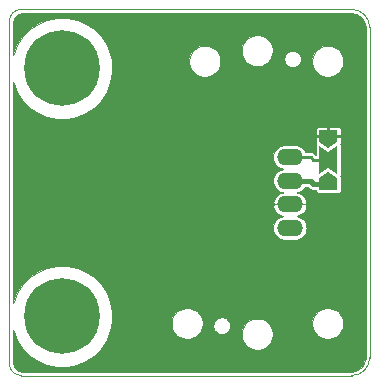
<source format=gbr>
G04 #@! TF.GenerationSoftware,KiCad,Pcbnew,5.1.10*
G04 #@! TF.CreationDate,2021-09-16T01:02:32+02:00*
G04 #@! TF.ProjectId,pressureSensorHolder,70726573-7375-4726-9553-656e736f7248,rev?*
G04 #@! TF.SameCoordinates,Original*
G04 #@! TF.FileFunction,Copper,L1,Top*
G04 #@! TF.FilePolarity,Positive*
%FSLAX46Y46*%
G04 Gerber Fmt 4.6, Leading zero omitted, Abs format (unit mm)*
G04 Created by KiCad (PCBNEW 5.1.10) date 2021-09-16 01:02:32*
%MOMM*%
%LPD*%
G01*
G04 APERTURE LIST*
G04 #@! TA.AperFunction,Profile*
%ADD10C,0.050000*%
G04 #@! TD*
G04 #@! TA.AperFunction,ComponentPad*
%ADD11O,2.200000X1.400000*%
G04 #@! TD*
G04 #@! TA.AperFunction,ComponentPad*
%ADD12C,0.800000*%
G04 #@! TD*
G04 #@! TA.AperFunction,ComponentPad*
%ADD13C,6.400000*%
G04 #@! TD*
G04 #@! TA.AperFunction,SMDPad,CuDef*
%ADD14C,0.100000*%
G04 #@! TD*
G04 #@! TA.AperFunction,Conductor*
%ADD15C,0.254000*%
G04 #@! TD*
G04 #@! TA.AperFunction,Conductor*
%ADD16C,0.400000*%
G04 #@! TD*
G04 #@! TA.AperFunction,Conductor*
%ADD17C,0.120000*%
G04 #@! TD*
G04 #@! TA.AperFunction,Conductor*
%ADD18C,0.100000*%
G04 #@! TD*
G04 APERTURE END LIST*
D10*
X128942200Y-99157400D02*
G75*
G02*
X127942200Y-98157400I0J1000000D01*
G01*
X127942200Y-69157400D02*
G75*
G02*
X128942200Y-68157400I1000000J0D01*
G01*
X158442200Y-97657400D02*
G75*
G02*
X156942200Y-99157400I-1500000J0D01*
G01*
X156942200Y-68157400D02*
G75*
G02*
X158442200Y-69657400I0J-1500000D01*
G01*
X158442200Y-97657400D02*
X158442200Y-69657400D01*
X128942200Y-99157400D02*
X156942200Y-99157400D01*
X127942200Y-69157400D02*
X127942200Y-98157400D01*
X156942200Y-68157400D02*
X128942200Y-68157400D01*
D11*
X151692200Y-80657400D03*
X151692200Y-82657400D03*
X151692200Y-84657400D03*
X151692200Y-86657400D03*
D12*
X134099256Y-92460344D03*
X132402200Y-91757400D03*
X130705144Y-92460344D03*
X130002200Y-94157400D03*
X130705144Y-95854456D03*
X132402200Y-96557400D03*
X134099256Y-95854456D03*
X134802200Y-94157400D03*
D13*
X132402200Y-94157400D03*
D12*
X134099256Y-71460344D03*
X132402200Y-70757400D03*
X130705144Y-71460344D03*
X130002200Y-73157400D03*
X130705144Y-74854456D03*
X132402200Y-75557400D03*
X134099256Y-74854456D03*
X134802200Y-73157400D03*
D13*
X132402200Y-73157400D03*
G04 #@! TA.AperFunction,SMDPad,CuDef*
D14*
G36*
X154942200Y-81907400D02*
G01*
X155692200Y-82407400D01*
X155692200Y-83407400D01*
X154192200Y-83407400D01*
X154192200Y-82407400D01*
X154942200Y-81907400D01*
G37*
G04 #@! TD.AperFunction*
G04 #@! TA.AperFunction,SMDPad,CuDef*
G36*
X154942200Y-80207400D02*
G01*
X155692200Y-79707400D01*
X155692200Y-82107400D01*
X154942200Y-81607400D01*
X154192200Y-82107400D01*
X154192200Y-79707400D01*
X154942200Y-80207400D01*
G37*
G04 #@! TD.AperFunction*
G04 #@! TA.AperFunction,SMDPad,CuDef*
G36*
X154942200Y-79907400D02*
G01*
X154192200Y-79407400D01*
X154192200Y-78407400D01*
X155692200Y-78407400D01*
X155692200Y-79407400D01*
X154942200Y-79907400D01*
G37*
G04 #@! TD.AperFunction*
D15*
X153692200Y-80907400D02*
X154942200Y-80907400D01*
X153442200Y-80657400D02*
X153692200Y-80907400D01*
X151692200Y-80657400D02*
X153442200Y-80657400D01*
X154942200Y-78907400D02*
X154942200Y-77657400D01*
X154942200Y-78907400D02*
X153442200Y-78907400D01*
X154942200Y-78907400D02*
X156442200Y-78907400D01*
D16*
X151692200Y-82657400D02*
X153442200Y-82657400D01*
X153692200Y-82907400D02*
X154942200Y-82907400D01*
X153442200Y-82657400D02*
X153692200Y-82907400D01*
D17*
X157167192Y-68521091D02*
X157383622Y-68586435D01*
X157583231Y-68692568D01*
X157758425Y-68835454D01*
X157902533Y-69009650D01*
X158010057Y-69208512D01*
X158076910Y-69424477D01*
X158102201Y-69665104D01*
X158102200Y-97640775D01*
X158078509Y-97882396D01*
X158013166Y-98098821D01*
X157907030Y-98298432D01*
X157764146Y-98473625D01*
X157589950Y-98617733D01*
X157391088Y-98725257D01*
X157175123Y-98792110D01*
X156934497Y-98817400D01*
X128958826Y-98817400D01*
X128814326Y-98803231D01*
X128691312Y-98766091D01*
X128577864Y-98705770D01*
X128478291Y-98624561D01*
X128396387Y-98525556D01*
X128335274Y-98412529D01*
X128297277Y-98289781D01*
X128282200Y-98146336D01*
X128282200Y-95280798D01*
X128305910Y-95399996D01*
X128627037Y-96175267D01*
X129093242Y-96872992D01*
X129686608Y-97466358D01*
X130384333Y-97932563D01*
X131159604Y-98253690D01*
X131982627Y-98417400D01*
X132821773Y-98417400D01*
X133644796Y-98253690D01*
X134420067Y-97932563D01*
X135117792Y-97466358D01*
X135711158Y-96872992D01*
X136177363Y-96175267D01*
X136498490Y-95399996D01*
X136652073Y-94627884D01*
X141677200Y-94627884D01*
X141677200Y-94886916D01*
X141727734Y-95140971D01*
X141826862Y-95380286D01*
X141970773Y-95595664D01*
X142153936Y-95778827D01*
X142369314Y-95922738D01*
X142608629Y-96021866D01*
X142862684Y-96072400D01*
X143121716Y-96072400D01*
X143375771Y-96021866D01*
X143615086Y-95922738D01*
X143830464Y-95778827D01*
X144013627Y-95595664D01*
X144157538Y-95380286D01*
X144256666Y-95140971D01*
X144307187Y-94886979D01*
X145227200Y-94886979D01*
X145227200Y-95027821D01*
X145254677Y-95165958D01*
X145308575Y-95296080D01*
X145386823Y-95413186D01*
X145486414Y-95512777D01*
X145603520Y-95591025D01*
X145733642Y-95644923D01*
X145871779Y-95672400D01*
X146012621Y-95672400D01*
X146150758Y-95644923D01*
X146280880Y-95591025D01*
X146375376Y-95527884D01*
X147627200Y-95527884D01*
X147627200Y-95786916D01*
X147677734Y-96040971D01*
X147776862Y-96280286D01*
X147920773Y-96495664D01*
X148103936Y-96678827D01*
X148319314Y-96822738D01*
X148558629Y-96921866D01*
X148812684Y-96972400D01*
X149071716Y-96972400D01*
X149325771Y-96921866D01*
X149565086Y-96822738D01*
X149780464Y-96678827D01*
X149963627Y-96495664D01*
X150107538Y-96280286D01*
X150206666Y-96040971D01*
X150257200Y-95786916D01*
X150257200Y-95527884D01*
X150206666Y-95273829D01*
X150107538Y-95034514D01*
X149963627Y-94819136D01*
X149780464Y-94635973D01*
X149768358Y-94627884D01*
X153577200Y-94627884D01*
X153577200Y-94886916D01*
X153627734Y-95140971D01*
X153726862Y-95380286D01*
X153870773Y-95595664D01*
X154053936Y-95778827D01*
X154269314Y-95922738D01*
X154508629Y-96021866D01*
X154762684Y-96072400D01*
X155021716Y-96072400D01*
X155275771Y-96021866D01*
X155515086Y-95922738D01*
X155730464Y-95778827D01*
X155913627Y-95595664D01*
X156057538Y-95380286D01*
X156156666Y-95140971D01*
X156207200Y-94886916D01*
X156207200Y-94627884D01*
X156156666Y-94373829D01*
X156057538Y-94134514D01*
X155913627Y-93919136D01*
X155730464Y-93735973D01*
X155515086Y-93592062D01*
X155275771Y-93492934D01*
X155021716Y-93442400D01*
X154762684Y-93442400D01*
X154508629Y-93492934D01*
X154269314Y-93592062D01*
X154053936Y-93735973D01*
X153870773Y-93919136D01*
X153726862Y-94134514D01*
X153627734Y-94373829D01*
X153577200Y-94627884D01*
X149768358Y-94627884D01*
X149565086Y-94492062D01*
X149325771Y-94392934D01*
X149071716Y-94342400D01*
X148812684Y-94342400D01*
X148558629Y-94392934D01*
X148319314Y-94492062D01*
X148103936Y-94635973D01*
X147920773Y-94819136D01*
X147776862Y-95034514D01*
X147677734Y-95273829D01*
X147627200Y-95527884D01*
X146375376Y-95527884D01*
X146397986Y-95512777D01*
X146497577Y-95413186D01*
X146575825Y-95296080D01*
X146629723Y-95165958D01*
X146657200Y-95027821D01*
X146657200Y-94886979D01*
X146629723Y-94748842D01*
X146575825Y-94618720D01*
X146497577Y-94501614D01*
X146397986Y-94402023D01*
X146280880Y-94323775D01*
X146150758Y-94269877D01*
X146012621Y-94242400D01*
X145871779Y-94242400D01*
X145733642Y-94269877D01*
X145603520Y-94323775D01*
X145486414Y-94402023D01*
X145386823Y-94501614D01*
X145308575Y-94618720D01*
X145254677Y-94748842D01*
X145227200Y-94886979D01*
X144307187Y-94886979D01*
X144307200Y-94886916D01*
X144307200Y-94627884D01*
X144256666Y-94373829D01*
X144157538Y-94134514D01*
X144013627Y-93919136D01*
X143830464Y-93735973D01*
X143615086Y-93592062D01*
X143375771Y-93492934D01*
X143121716Y-93442400D01*
X142862684Y-93442400D01*
X142608629Y-93492934D01*
X142369314Y-93592062D01*
X142153936Y-93735973D01*
X141970773Y-93919136D01*
X141826862Y-94134514D01*
X141727734Y-94373829D01*
X141677200Y-94627884D01*
X136652073Y-94627884D01*
X136662200Y-94576973D01*
X136662200Y-93737827D01*
X136498490Y-92914804D01*
X136177363Y-92139533D01*
X135711158Y-91441808D01*
X135117792Y-90848442D01*
X134420067Y-90382237D01*
X133644796Y-90061110D01*
X132821773Y-89897400D01*
X131982627Y-89897400D01*
X131159604Y-90061110D01*
X130384333Y-90382237D01*
X129686608Y-90848442D01*
X129093242Y-91441808D01*
X128627037Y-92139533D01*
X128305910Y-92914804D01*
X128282200Y-93034002D01*
X128282200Y-86657400D01*
X150272289Y-86657400D01*
X150291886Y-86856375D01*
X150349925Y-87047703D01*
X150444175Y-87224032D01*
X150571014Y-87378586D01*
X150725568Y-87505425D01*
X150901897Y-87599675D01*
X151093225Y-87657714D01*
X151242337Y-87672400D01*
X152142063Y-87672400D01*
X152291175Y-87657714D01*
X152482503Y-87599675D01*
X152658832Y-87505425D01*
X152813386Y-87378586D01*
X152940225Y-87224032D01*
X153034475Y-87047703D01*
X153092514Y-86856375D01*
X153112111Y-86657400D01*
X153092514Y-86458425D01*
X153034475Y-86267097D01*
X152940225Y-86090768D01*
X152813386Y-85936214D01*
X152658832Y-85809375D01*
X152482503Y-85715125D01*
X152291175Y-85657086D01*
X152268130Y-85654816D01*
X152293649Y-85652214D01*
X152483857Y-85593798D01*
X152659014Y-85499397D01*
X152812388Y-85372638D01*
X152938086Y-85218393D01*
X153031277Y-85042590D01*
X153088380Y-84851984D01*
X153094150Y-84819637D01*
X153028443Y-84660900D01*
X151695700Y-84660900D01*
X151695700Y-84680900D01*
X151688700Y-84680900D01*
X151688700Y-84660900D01*
X150355957Y-84660900D01*
X150290250Y-84819637D01*
X150296020Y-84851984D01*
X150353123Y-85042590D01*
X150446314Y-85218393D01*
X150572012Y-85372638D01*
X150725386Y-85499397D01*
X150900543Y-85593798D01*
X151090751Y-85652214D01*
X151116270Y-85654816D01*
X151093225Y-85657086D01*
X150901897Y-85715125D01*
X150725568Y-85809375D01*
X150571014Y-85936214D01*
X150444175Y-86090768D01*
X150349925Y-86267097D01*
X150291886Y-86458425D01*
X150272289Y-86657400D01*
X128282200Y-86657400D01*
X128282200Y-80657400D01*
X150272289Y-80657400D01*
X150291886Y-80856375D01*
X150349925Y-81047703D01*
X150444175Y-81224032D01*
X150571014Y-81378586D01*
X150725568Y-81505425D01*
X150901897Y-81599675D01*
X151092190Y-81657400D01*
X150901897Y-81715125D01*
X150725568Y-81809375D01*
X150571014Y-81936214D01*
X150444175Y-82090768D01*
X150349925Y-82267097D01*
X150291886Y-82458425D01*
X150272289Y-82657400D01*
X150291886Y-82856375D01*
X150349925Y-83047703D01*
X150444175Y-83224032D01*
X150571014Y-83378586D01*
X150725568Y-83505425D01*
X150901897Y-83599675D01*
X151093225Y-83657714D01*
X151116270Y-83659984D01*
X151090751Y-83662586D01*
X150900543Y-83721002D01*
X150725386Y-83815403D01*
X150572012Y-83942162D01*
X150446314Y-84096407D01*
X150353123Y-84272210D01*
X150296020Y-84462816D01*
X150290250Y-84495163D01*
X150355957Y-84653900D01*
X151688700Y-84653900D01*
X151688700Y-84633900D01*
X151695700Y-84633900D01*
X151695700Y-84653900D01*
X153028443Y-84653900D01*
X153094150Y-84495163D01*
X153088380Y-84462816D01*
X153031277Y-84272210D01*
X152938086Y-84096407D01*
X152812388Y-83942162D01*
X152659014Y-83815403D01*
X152483857Y-83721002D01*
X152293649Y-83662586D01*
X152268130Y-83659984D01*
X152291175Y-83657714D01*
X152482503Y-83599675D01*
X152658832Y-83505425D01*
X152813386Y-83378586D01*
X152940225Y-83224032D01*
X152967823Y-83172400D01*
X153228881Y-83172400D01*
X153310154Y-83253673D01*
X153326279Y-83273321D01*
X153404697Y-83337678D01*
X153494165Y-83385499D01*
X153591243Y-83414948D01*
X153666907Y-83422400D01*
X153666917Y-83422400D01*
X153692199Y-83424890D01*
X153717481Y-83422400D01*
X153877153Y-83422400D01*
X153881758Y-83469151D01*
X153899770Y-83528528D01*
X153929020Y-83583251D01*
X153968384Y-83631216D01*
X154016349Y-83670580D01*
X154071072Y-83699830D01*
X154130449Y-83717842D01*
X154192200Y-83723924D01*
X155692200Y-83723924D01*
X155753951Y-83717842D01*
X155813328Y-83699830D01*
X155868051Y-83670580D01*
X155916016Y-83631216D01*
X155955380Y-83583251D01*
X155984630Y-83528528D01*
X156002642Y-83469151D01*
X156008724Y-83407400D01*
X156008724Y-82407400D01*
X156002577Y-82345325D01*
X155984503Y-82285966D01*
X155969197Y-82257401D01*
X155984630Y-82228528D01*
X156002642Y-82169151D01*
X156008724Y-82107400D01*
X156008724Y-79707400D01*
X156002707Y-79645974D01*
X155984757Y-79586577D01*
X155969199Y-79557397D01*
X155984630Y-79528528D01*
X156002642Y-79469151D01*
X156008724Y-79407400D01*
X156008724Y-78407400D01*
X156002642Y-78345649D01*
X155984630Y-78286272D01*
X155955380Y-78231549D01*
X155916016Y-78183584D01*
X155868051Y-78144220D01*
X155813328Y-78114970D01*
X155753951Y-78096958D01*
X155692200Y-78090876D01*
X154192200Y-78090876D01*
X154130449Y-78096958D01*
X154071072Y-78114970D01*
X154016349Y-78144220D01*
X153968384Y-78183584D01*
X153929020Y-78231549D01*
X153899770Y-78286272D01*
X153881758Y-78345649D01*
X153875676Y-78407400D01*
X153875676Y-79407400D01*
X153881823Y-79469475D01*
X153899897Y-79528834D01*
X153915203Y-79557399D01*
X153899770Y-79586272D01*
X153881758Y-79645649D01*
X153875676Y-79707400D01*
X153875676Y-80465400D01*
X153875282Y-80465400D01*
X153770092Y-80360210D01*
X153756253Y-80343347D01*
X153688950Y-80288113D01*
X153612164Y-80247070D01*
X153528847Y-80221796D01*
X153463907Y-80215400D01*
X153463905Y-80215400D01*
X153442200Y-80213262D01*
X153420495Y-80215400D01*
X153006842Y-80215400D01*
X152940225Y-80090768D01*
X152813386Y-79936214D01*
X152658832Y-79809375D01*
X152482503Y-79715125D01*
X152291175Y-79657086D01*
X152142063Y-79642400D01*
X151242337Y-79642400D01*
X151093225Y-79657086D01*
X150901897Y-79715125D01*
X150725568Y-79809375D01*
X150571014Y-79936214D01*
X150444175Y-80090768D01*
X150349925Y-80267097D01*
X150291886Y-80458425D01*
X150272289Y-80657400D01*
X128282200Y-80657400D01*
X128282200Y-74280798D01*
X128305910Y-74399996D01*
X128627037Y-75175267D01*
X129093242Y-75872992D01*
X129686608Y-76466358D01*
X130384333Y-76932563D01*
X131159604Y-77253690D01*
X131982627Y-77417400D01*
X132821773Y-77417400D01*
X133644796Y-77253690D01*
X134420067Y-76932563D01*
X135117792Y-76466358D01*
X135711158Y-75872992D01*
X136177363Y-75175267D01*
X136498490Y-74399996D01*
X136662200Y-73576973D01*
X136662200Y-72737827D01*
X136600549Y-72427884D01*
X143177200Y-72427884D01*
X143177200Y-72686916D01*
X143227734Y-72940971D01*
X143326862Y-73180286D01*
X143470773Y-73395664D01*
X143653936Y-73578827D01*
X143869314Y-73722738D01*
X144108629Y-73821866D01*
X144362684Y-73872400D01*
X144621716Y-73872400D01*
X144875771Y-73821866D01*
X145115086Y-73722738D01*
X145330464Y-73578827D01*
X145513627Y-73395664D01*
X145657538Y-73180286D01*
X145756666Y-72940971D01*
X145807200Y-72686916D01*
X145807200Y-72427884D01*
X145756666Y-72173829D01*
X145657538Y-71934514D01*
X145513627Y-71719136D01*
X145330464Y-71535973D01*
X145318358Y-71527884D01*
X147627200Y-71527884D01*
X147627200Y-71786916D01*
X147677734Y-72040971D01*
X147776862Y-72280286D01*
X147920773Y-72495664D01*
X148103936Y-72678827D01*
X148319314Y-72822738D01*
X148558629Y-72921866D01*
X148812684Y-72972400D01*
X149071716Y-72972400D01*
X149325771Y-72921866D01*
X149565086Y-72822738D01*
X149780464Y-72678827D01*
X149963627Y-72495664D01*
X150103065Y-72286979D01*
X151227200Y-72286979D01*
X151227200Y-72427821D01*
X151254677Y-72565958D01*
X151308575Y-72696080D01*
X151386823Y-72813186D01*
X151486414Y-72912777D01*
X151603520Y-72991025D01*
X151733642Y-73044923D01*
X151871779Y-73072400D01*
X152012621Y-73072400D01*
X152150758Y-73044923D01*
X152280880Y-72991025D01*
X152397986Y-72912777D01*
X152497577Y-72813186D01*
X152575825Y-72696080D01*
X152629723Y-72565958D01*
X152657187Y-72427884D01*
X153577200Y-72427884D01*
X153577200Y-72686916D01*
X153627734Y-72940971D01*
X153726862Y-73180286D01*
X153870773Y-73395664D01*
X154053936Y-73578827D01*
X154269314Y-73722738D01*
X154508629Y-73821866D01*
X154762684Y-73872400D01*
X155021716Y-73872400D01*
X155275771Y-73821866D01*
X155515086Y-73722738D01*
X155730464Y-73578827D01*
X155913627Y-73395664D01*
X156057538Y-73180286D01*
X156156666Y-72940971D01*
X156207200Y-72686916D01*
X156207200Y-72427884D01*
X156156666Y-72173829D01*
X156057538Y-71934514D01*
X155913627Y-71719136D01*
X155730464Y-71535973D01*
X155515086Y-71392062D01*
X155275771Y-71292934D01*
X155021716Y-71242400D01*
X154762684Y-71242400D01*
X154508629Y-71292934D01*
X154269314Y-71392062D01*
X154053936Y-71535973D01*
X153870773Y-71719136D01*
X153726862Y-71934514D01*
X153627734Y-72173829D01*
X153577200Y-72427884D01*
X152657187Y-72427884D01*
X152657200Y-72427821D01*
X152657200Y-72286979D01*
X152629723Y-72148842D01*
X152575825Y-72018720D01*
X152497577Y-71901614D01*
X152397986Y-71802023D01*
X152280880Y-71723775D01*
X152150758Y-71669877D01*
X152012621Y-71642400D01*
X151871779Y-71642400D01*
X151733642Y-71669877D01*
X151603520Y-71723775D01*
X151486414Y-71802023D01*
X151386823Y-71901614D01*
X151308575Y-72018720D01*
X151254677Y-72148842D01*
X151227200Y-72286979D01*
X150103065Y-72286979D01*
X150107538Y-72280286D01*
X150206666Y-72040971D01*
X150257200Y-71786916D01*
X150257200Y-71527884D01*
X150206666Y-71273829D01*
X150107538Y-71034514D01*
X149963627Y-70819136D01*
X149780464Y-70635973D01*
X149565086Y-70492062D01*
X149325771Y-70392934D01*
X149071716Y-70342400D01*
X148812684Y-70342400D01*
X148558629Y-70392934D01*
X148319314Y-70492062D01*
X148103936Y-70635973D01*
X147920773Y-70819136D01*
X147776862Y-71034514D01*
X147677734Y-71273829D01*
X147627200Y-71527884D01*
X145318358Y-71527884D01*
X145115086Y-71392062D01*
X144875771Y-71292934D01*
X144621716Y-71242400D01*
X144362684Y-71242400D01*
X144108629Y-71292934D01*
X143869314Y-71392062D01*
X143653936Y-71535973D01*
X143470773Y-71719136D01*
X143326862Y-71934514D01*
X143227734Y-72173829D01*
X143177200Y-72427884D01*
X136600549Y-72427884D01*
X136498490Y-71914804D01*
X136177363Y-71139533D01*
X135711158Y-70441808D01*
X135117792Y-69848442D01*
X134420067Y-69382237D01*
X133644796Y-69061110D01*
X132821773Y-68897400D01*
X131982627Y-68897400D01*
X131159604Y-69061110D01*
X130384333Y-69382237D01*
X129686608Y-69848442D01*
X129093242Y-70441808D01*
X128627037Y-71139533D01*
X128305910Y-71914804D01*
X128282200Y-72034002D01*
X128282200Y-69174027D01*
X128296369Y-69029525D01*
X128333508Y-68906513D01*
X128393832Y-68793061D01*
X128475040Y-68693491D01*
X128574042Y-68611588D01*
X128687070Y-68550474D01*
X128809819Y-68512477D01*
X128953263Y-68497400D01*
X156925575Y-68497400D01*
X157167192Y-68521091D01*
G04 #@! TA.AperFunction,Conductor*
D18*
G36*
X157167192Y-68521091D02*
G01*
X157383622Y-68586435D01*
X157583231Y-68692568D01*
X157758425Y-68835454D01*
X157902533Y-69009650D01*
X158010057Y-69208512D01*
X158076910Y-69424477D01*
X158102201Y-69665104D01*
X158102200Y-97640775D01*
X158078509Y-97882396D01*
X158013166Y-98098821D01*
X157907030Y-98298432D01*
X157764146Y-98473625D01*
X157589950Y-98617733D01*
X157391088Y-98725257D01*
X157175123Y-98792110D01*
X156934497Y-98817400D01*
X128958826Y-98817400D01*
X128814326Y-98803231D01*
X128691312Y-98766091D01*
X128577864Y-98705770D01*
X128478291Y-98624561D01*
X128396387Y-98525556D01*
X128335274Y-98412529D01*
X128297277Y-98289781D01*
X128282200Y-98146336D01*
X128282200Y-95280798D01*
X128305910Y-95399996D01*
X128627037Y-96175267D01*
X129093242Y-96872992D01*
X129686608Y-97466358D01*
X130384333Y-97932563D01*
X131159604Y-98253690D01*
X131982627Y-98417400D01*
X132821773Y-98417400D01*
X133644796Y-98253690D01*
X134420067Y-97932563D01*
X135117792Y-97466358D01*
X135711158Y-96872992D01*
X136177363Y-96175267D01*
X136498490Y-95399996D01*
X136652073Y-94627884D01*
X141677200Y-94627884D01*
X141677200Y-94886916D01*
X141727734Y-95140971D01*
X141826862Y-95380286D01*
X141970773Y-95595664D01*
X142153936Y-95778827D01*
X142369314Y-95922738D01*
X142608629Y-96021866D01*
X142862684Y-96072400D01*
X143121716Y-96072400D01*
X143375771Y-96021866D01*
X143615086Y-95922738D01*
X143830464Y-95778827D01*
X144013627Y-95595664D01*
X144157538Y-95380286D01*
X144256666Y-95140971D01*
X144307187Y-94886979D01*
X145227200Y-94886979D01*
X145227200Y-95027821D01*
X145254677Y-95165958D01*
X145308575Y-95296080D01*
X145386823Y-95413186D01*
X145486414Y-95512777D01*
X145603520Y-95591025D01*
X145733642Y-95644923D01*
X145871779Y-95672400D01*
X146012621Y-95672400D01*
X146150758Y-95644923D01*
X146280880Y-95591025D01*
X146375376Y-95527884D01*
X147627200Y-95527884D01*
X147627200Y-95786916D01*
X147677734Y-96040971D01*
X147776862Y-96280286D01*
X147920773Y-96495664D01*
X148103936Y-96678827D01*
X148319314Y-96822738D01*
X148558629Y-96921866D01*
X148812684Y-96972400D01*
X149071716Y-96972400D01*
X149325771Y-96921866D01*
X149565086Y-96822738D01*
X149780464Y-96678827D01*
X149963627Y-96495664D01*
X150107538Y-96280286D01*
X150206666Y-96040971D01*
X150257200Y-95786916D01*
X150257200Y-95527884D01*
X150206666Y-95273829D01*
X150107538Y-95034514D01*
X149963627Y-94819136D01*
X149780464Y-94635973D01*
X149768358Y-94627884D01*
X153577200Y-94627884D01*
X153577200Y-94886916D01*
X153627734Y-95140971D01*
X153726862Y-95380286D01*
X153870773Y-95595664D01*
X154053936Y-95778827D01*
X154269314Y-95922738D01*
X154508629Y-96021866D01*
X154762684Y-96072400D01*
X155021716Y-96072400D01*
X155275771Y-96021866D01*
X155515086Y-95922738D01*
X155730464Y-95778827D01*
X155913627Y-95595664D01*
X156057538Y-95380286D01*
X156156666Y-95140971D01*
X156207200Y-94886916D01*
X156207200Y-94627884D01*
X156156666Y-94373829D01*
X156057538Y-94134514D01*
X155913627Y-93919136D01*
X155730464Y-93735973D01*
X155515086Y-93592062D01*
X155275771Y-93492934D01*
X155021716Y-93442400D01*
X154762684Y-93442400D01*
X154508629Y-93492934D01*
X154269314Y-93592062D01*
X154053936Y-93735973D01*
X153870773Y-93919136D01*
X153726862Y-94134514D01*
X153627734Y-94373829D01*
X153577200Y-94627884D01*
X149768358Y-94627884D01*
X149565086Y-94492062D01*
X149325771Y-94392934D01*
X149071716Y-94342400D01*
X148812684Y-94342400D01*
X148558629Y-94392934D01*
X148319314Y-94492062D01*
X148103936Y-94635973D01*
X147920773Y-94819136D01*
X147776862Y-95034514D01*
X147677734Y-95273829D01*
X147627200Y-95527884D01*
X146375376Y-95527884D01*
X146397986Y-95512777D01*
X146497577Y-95413186D01*
X146575825Y-95296080D01*
X146629723Y-95165958D01*
X146657200Y-95027821D01*
X146657200Y-94886979D01*
X146629723Y-94748842D01*
X146575825Y-94618720D01*
X146497577Y-94501614D01*
X146397986Y-94402023D01*
X146280880Y-94323775D01*
X146150758Y-94269877D01*
X146012621Y-94242400D01*
X145871779Y-94242400D01*
X145733642Y-94269877D01*
X145603520Y-94323775D01*
X145486414Y-94402023D01*
X145386823Y-94501614D01*
X145308575Y-94618720D01*
X145254677Y-94748842D01*
X145227200Y-94886979D01*
X144307187Y-94886979D01*
X144307200Y-94886916D01*
X144307200Y-94627884D01*
X144256666Y-94373829D01*
X144157538Y-94134514D01*
X144013627Y-93919136D01*
X143830464Y-93735973D01*
X143615086Y-93592062D01*
X143375771Y-93492934D01*
X143121716Y-93442400D01*
X142862684Y-93442400D01*
X142608629Y-93492934D01*
X142369314Y-93592062D01*
X142153936Y-93735973D01*
X141970773Y-93919136D01*
X141826862Y-94134514D01*
X141727734Y-94373829D01*
X141677200Y-94627884D01*
X136652073Y-94627884D01*
X136662200Y-94576973D01*
X136662200Y-93737827D01*
X136498490Y-92914804D01*
X136177363Y-92139533D01*
X135711158Y-91441808D01*
X135117792Y-90848442D01*
X134420067Y-90382237D01*
X133644796Y-90061110D01*
X132821773Y-89897400D01*
X131982627Y-89897400D01*
X131159604Y-90061110D01*
X130384333Y-90382237D01*
X129686608Y-90848442D01*
X129093242Y-91441808D01*
X128627037Y-92139533D01*
X128305910Y-92914804D01*
X128282200Y-93034002D01*
X128282200Y-86657400D01*
X150272289Y-86657400D01*
X150291886Y-86856375D01*
X150349925Y-87047703D01*
X150444175Y-87224032D01*
X150571014Y-87378586D01*
X150725568Y-87505425D01*
X150901897Y-87599675D01*
X151093225Y-87657714D01*
X151242337Y-87672400D01*
X152142063Y-87672400D01*
X152291175Y-87657714D01*
X152482503Y-87599675D01*
X152658832Y-87505425D01*
X152813386Y-87378586D01*
X152940225Y-87224032D01*
X153034475Y-87047703D01*
X153092514Y-86856375D01*
X153112111Y-86657400D01*
X153092514Y-86458425D01*
X153034475Y-86267097D01*
X152940225Y-86090768D01*
X152813386Y-85936214D01*
X152658832Y-85809375D01*
X152482503Y-85715125D01*
X152291175Y-85657086D01*
X152268130Y-85654816D01*
X152293649Y-85652214D01*
X152483857Y-85593798D01*
X152659014Y-85499397D01*
X152812388Y-85372638D01*
X152938086Y-85218393D01*
X153031277Y-85042590D01*
X153088380Y-84851984D01*
X153094150Y-84819637D01*
X153028443Y-84660900D01*
X151695700Y-84660900D01*
X151695700Y-84680900D01*
X151688700Y-84680900D01*
X151688700Y-84660900D01*
X150355957Y-84660900D01*
X150290250Y-84819637D01*
X150296020Y-84851984D01*
X150353123Y-85042590D01*
X150446314Y-85218393D01*
X150572012Y-85372638D01*
X150725386Y-85499397D01*
X150900543Y-85593798D01*
X151090751Y-85652214D01*
X151116270Y-85654816D01*
X151093225Y-85657086D01*
X150901897Y-85715125D01*
X150725568Y-85809375D01*
X150571014Y-85936214D01*
X150444175Y-86090768D01*
X150349925Y-86267097D01*
X150291886Y-86458425D01*
X150272289Y-86657400D01*
X128282200Y-86657400D01*
X128282200Y-80657400D01*
X150272289Y-80657400D01*
X150291886Y-80856375D01*
X150349925Y-81047703D01*
X150444175Y-81224032D01*
X150571014Y-81378586D01*
X150725568Y-81505425D01*
X150901897Y-81599675D01*
X151092190Y-81657400D01*
X150901897Y-81715125D01*
X150725568Y-81809375D01*
X150571014Y-81936214D01*
X150444175Y-82090768D01*
X150349925Y-82267097D01*
X150291886Y-82458425D01*
X150272289Y-82657400D01*
X150291886Y-82856375D01*
X150349925Y-83047703D01*
X150444175Y-83224032D01*
X150571014Y-83378586D01*
X150725568Y-83505425D01*
X150901897Y-83599675D01*
X151093225Y-83657714D01*
X151116270Y-83659984D01*
X151090751Y-83662586D01*
X150900543Y-83721002D01*
X150725386Y-83815403D01*
X150572012Y-83942162D01*
X150446314Y-84096407D01*
X150353123Y-84272210D01*
X150296020Y-84462816D01*
X150290250Y-84495163D01*
X150355957Y-84653900D01*
X151688700Y-84653900D01*
X151688700Y-84633900D01*
X151695700Y-84633900D01*
X151695700Y-84653900D01*
X153028443Y-84653900D01*
X153094150Y-84495163D01*
X153088380Y-84462816D01*
X153031277Y-84272210D01*
X152938086Y-84096407D01*
X152812388Y-83942162D01*
X152659014Y-83815403D01*
X152483857Y-83721002D01*
X152293649Y-83662586D01*
X152268130Y-83659984D01*
X152291175Y-83657714D01*
X152482503Y-83599675D01*
X152658832Y-83505425D01*
X152813386Y-83378586D01*
X152940225Y-83224032D01*
X152967823Y-83172400D01*
X153228881Y-83172400D01*
X153310154Y-83253673D01*
X153326279Y-83273321D01*
X153404697Y-83337678D01*
X153494165Y-83385499D01*
X153591243Y-83414948D01*
X153666907Y-83422400D01*
X153666917Y-83422400D01*
X153692199Y-83424890D01*
X153717481Y-83422400D01*
X153877153Y-83422400D01*
X153881758Y-83469151D01*
X153899770Y-83528528D01*
X153929020Y-83583251D01*
X153968384Y-83631216D01*
X154016349Y-83670580D01*
X154071072Y-83699830D01*
X154130449Y-83717842D01*
X154192200Y-83723924D01*
X155692200Y-83723924D01*
X155753951Y-83717842D01*
X155813328Y-83699830D01*
X155868051Y-83670580D01*
X155916016Y-83631216D01*
X155955380Y-83583251D01*
X155984630Y-83528528D01*
X156002642Y-83469151D01*
X156008724Y-83407400D01*
X156008724Y-82407400D01*
X156002577Y-82345325D01*
X155984503Y-82285966D01*
X155969197Y-82257401D01*
X155984630Y-82228528D01*
X156002642Y-82169151D01*
X156008724Y-82107400D01*
X156008724Y-79707400D01*
X156002707Y-79645974D01*
X155984757Y-79586577D01*
X155969199Y-79557397D01*
X155984630Y-79528528D01*
X156002642Y-79469151D01*
X156008724Y-79407400D01*
X156008724Y-78407400D01*
X156002642Y-78345649D01*
X155984630Y-78286272D01*
X155955380Y-78231549D01*
X155916016Y-78183584D01*
X155868051Y-78144220D01*
X155813328Y-78114970D01*
X155753951Y-78096958D01*
X155692200Y-78090876D01*
X154192200Y-78090876D01*
X154130449Y-78096958D01*
X154071072Y-78114970D01*
X154016349Y-78144220D01*
X153968384Y-78183584D01*
X153929020Y-78231549D01*
X153899770Y-78286272D01*
X153881758Y-78345649D01*
X153875676Y-78407400D01*
X153875676Y-79407400D01*
X153881823Y-79469475D01*
X153899897Y-79528834D01*
X153915203Y-79557399D01*
X153899770Y-79586272D01*
X153881758Y-79645649D01*
X153875676Y-79707400D01*
X153875676Y-80465400D01*
X153875282Y-80465400D01*
X153770092Y-80360210D01*
X153756253Y-80343347D01*
X153688950Y-80288113D01*
X153612164Y-80247070D01*
X153528847Y-80221796D01*
X153463907Y-80215400D01*
X153463905Y-80215400D01*
X153442200Y-80213262D01*
X153420495Y-80215400D01*
X153006842Y-80215400D01*
X152940225Y-80090768D01*
X152813386Y-79936214D01*
X152658832Y-79809375D01*
X152482503Y-79715125D01*
X152291175Y-79657086D01*
X152142063Y-79642400D01*
X151242337Y-79642400D01*
X151093225Y-79657086D01*
X150901897Y-79715125D01*
X150725568Y-79809375D01*
X150571014Y-79936214D01*
X150444175Y-80090768D01*
X150349925Y-80267097D01*
X150291886Y-80458425D01*
X150272289Y-80657400D01*
X128282200Y-80657400D01*
X128282200Y-74280798D01*
X128305910Y-74399996D01*
X128627037Y-75175267D01*
X129093242Y-75872992D01*
X129686608Y-76466358D01*
X130384333Y-76932563D01*
X131159604Y-77253690D01*
X131982627Y-77417400D01*
X132821773Y-77417400D01*
X133644796Y-77253690D01*
X134420067Y-76932563D01*
X135117792Y-76466358D01*
X135711158Y-75872992D01*
X136177363Y-75175267D01*
X136498490Y-74399996D01*
X136662200Y-73576973D01*
X136662200Y-72737827D01*
X136600549Y-72427884D01*
X143177200Y-72427884D01*
X143177200Y-72686916D01*
X143227734Y-72940971D01*
X143326862Y-73180286D01*
X143470773Y-73395664D01*
X143653936Y-73578827D01*
X143869314Y-73722738D01*
X144108629Y-73821866D01*
X144362684Y-73872400D01*
X144621716Y-73872400D01*
X144875771Y-73821866D01*
X145115086Y-73722738D01*
X145330464Y-73578827D01*
X145513627Y-73395664D01*
X145657538Y-73180286D01*
X145756666Y-72940971D01*
X145807200Y-72686916D01*
X145807200Y-72427884D01*
X145756666Y-72173829D01*
X145657538Y-71934514D01*
X145513627Y-71719136D01*
X145330464Y-71535973D01*
X145318358Y-71527884D01*
X147627200Y-71527884D01*
X147627200Y-71786916D01*
X147677734Y-72040971D01*
X147776862Y-72280286D01*
X147920773Y-72495664D01*
X148103936Y-72678827D01*
X148319314Y-72822738D01*
X148558629Y-72921866D01*
X148812684Y-72972400D01*
X149071716Y-72972400D01*
X149325771Y-72921866D01*
X149565086Y-72822738D01*
X149780464Y-72678827D01*
X149963627Y-72495664D01*
X150103065Y-72286979D01*
X151227200Y-72286979D01*
X151227200Y-72427821D01*
X151254677Y-72565958D01*
X151308575Y-72696080D01*
X151386823Y-72813186D01*
X151486414Y-72912777D01*
X151603520Y-72991025D01*
X151733642Y-73044923D01*
X151871779Y-73072400D01*
X152012621Y-73072400D01*
X152150758Y-73044923D01*
X152280880Y-72991025D01*
X152397986Y-72912777D01*
X152497577Y-72813186D01*
X152575825Y-72696080D01*
X152629723Y-72565958D01*
X152657187Y-72427884D01*
X153577200Y-72427884D01*
X153577200Y-72686916D01*
X153627734Y-72940971D01*
X153726862Y-73180286D01*
X153870773Y-73395664D01*
X154053936Y-73578827D01*
X154269314Y-73722738D01*
X154508629Y-73821866D01*
X154762684Y-73872400D01*
X155021716Y-73872400D01*
X155275771Y-73821866D01*
X155515086Y-73722738D01*
X155730464Y-73578827D01*
X155913627Y-73395664D01*
X156057538Y-73180286D01*
X156156666Y-72940971D01*
X156207200Y-72686916D01*
X156207200Y-72427884D01*
X156156666Y-72173829D01*
X156057538Y-71934514D01*
X155913627Y-71719136D01*
X155730464Y-71535973D01*
X155515086Y-71392062D01*
X155275771Y-71292934D01*
X155021716Y-71242400D01*
X154762684Y-71242400D01*
X154508629Y-71292934D01*
X154269314Y-71392062D01*
X154053936Y-71535973D01*
X153870773Y-71719136D01*
X153726862Y-71934514D01*
X153627734Y-72173829D01*
X153577200Y-72427884D01*
X152657187Y-72427884D01*
X152657200Y-72427821D01*
X152657200Y-72286979D01*
X152629723Y-72148842D01*
X152575825Y-72018720D01*
X152497577Y-71901614D01*
X152397986Y-71802023D01*
X152280880Y-71723775D01*
X152150758Y-71669877D01*
X152012621Y-71642400D01*
X151871779Y-71642400D01*
X151733642Y-71669877D01*
X151603520Y-71723775D01*
X151486414Y-71802023D01*
X151386823Y-71901614D01*
X151308575Y-72018720D01*
X151254677Y-72148842D01*
X151227200Y-72286979D01*
X150103065Y-72286979D01*
X150107538Y-72280286D01*
X150206666Y-72040971D01*
X150257200Y-71786916D01*
X150257200Y-71527884D01*
X150206666Y-71273829D01*
X150107538Y-71034514D01*
X149963627Y-70819136D01*
X149780464Y-70635973D01*
X149565086Y-70492062D01*
X149325771Y-70392934D01*
X149071716Y-70342400D01*
X148812684Y-70342400D01*
X148558629Y-70392934D01*
X148319314Y-70492062D01*
X148103936Y-70635973D01*
X147920773Y-70819136D01*
X147776862Y-71034514D01*
X147677734Y-71273829D01*
X147627200Y-71527884D01*
X145318358Y-71527884D01*
X145115086Y-71392062D01*
X144875771Y-71292934D01*
X144621716Y-71242400D01*
X144362684Y-71242400D01*
X144108629Y-71292934D01*
X143869314Y-71392062D01*
X143653936Y-71535973D01*
X143470773Y-71719136D01*
X143326862Y-71934514D01*
X143227734Y-72173829D01*
X143177200Y-72427884D01*
X136600549Y-72427884D01*
X136498490Y-71914804D01*
X136177363Y-71139533D01*
X135711158Y-70441808D01*
X135117792Y-69848442D01*
X134420067Y-69382237D01*
X133644796Y-69061110D01*
X132821773Y-68897400D01*
X131982627Y-68897400D01*
X131159604Y-69061110D01*
X130384333Y-69382237D01*
X129686608Y-69848442D01*
X129093242Y-70441808D01*
X128627037Y-71139533D01*
X128305910Y-71914804D01*
X128282200Y-72034002D01*
X128282200Y-69174027D01*
X128296369Y-69029525D01*
X128333508Y-68906513D01*
X128393832Y-68793061D01*
X128475040Y-68693491D01*
X128574042Y-68611588D01*
X128687070Y-68550474D01*
X128809819Y-68512477D01*
X128953263Y-68497400D01*
X156925575Y-68497400D01*
X157167192Y-68521091D01*
G37*
G04 #@! TD.AperFunction*
M02*

</source>
